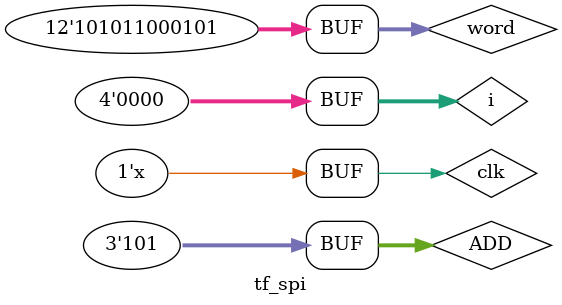
<source format=v>
`timescale 1ns / 1ps


module tf_spi;

	// Inputs
	reg clk;
	reg [2:0] ADD;
	reg ADC2SPI;

	// Outputs
	wire sclk;
	wire din;
	wire cs;
	wire [11:0] ADC2Sseg;


	reg [3:0] i = 0;
	reg [11:0] word = 12'b101011000101;
	// Instantiate the Unit Under Test (UUT)
	SPI uut (
		.clk(clk), 
		.sclk(sclk), 
		.din(din), 
		.cs(cs), 
		.ADD(ADD), 
		.ADC2SPI(ADC2SPI), 
		.ADC2Sseg(ADC2Sseg)
	);

	initial begin
		// Initialize Inputs
		clk = 0;
		ADD = 0;
		ADC2SPI = 0;

		// Wait 100 ns for global reset to finish
		#100;
      repeat(160)
		begin
		ADD[0] = 1;
		ADD[1] = 0;
		ADD[2] = 1;
			repeat(16)
			begin
				
				if(i<4)
				begin
					ADC2SPI<=0;
				end
				
				else
				begin
					ADC2SPI<=word[15-i];
				end
				i <= i+1;
				
				#100;
			end
		end
		  
		
		// Add stimulus here

	end
      
	
	always #(50) clk<=~clk;

endmodule

</source>
